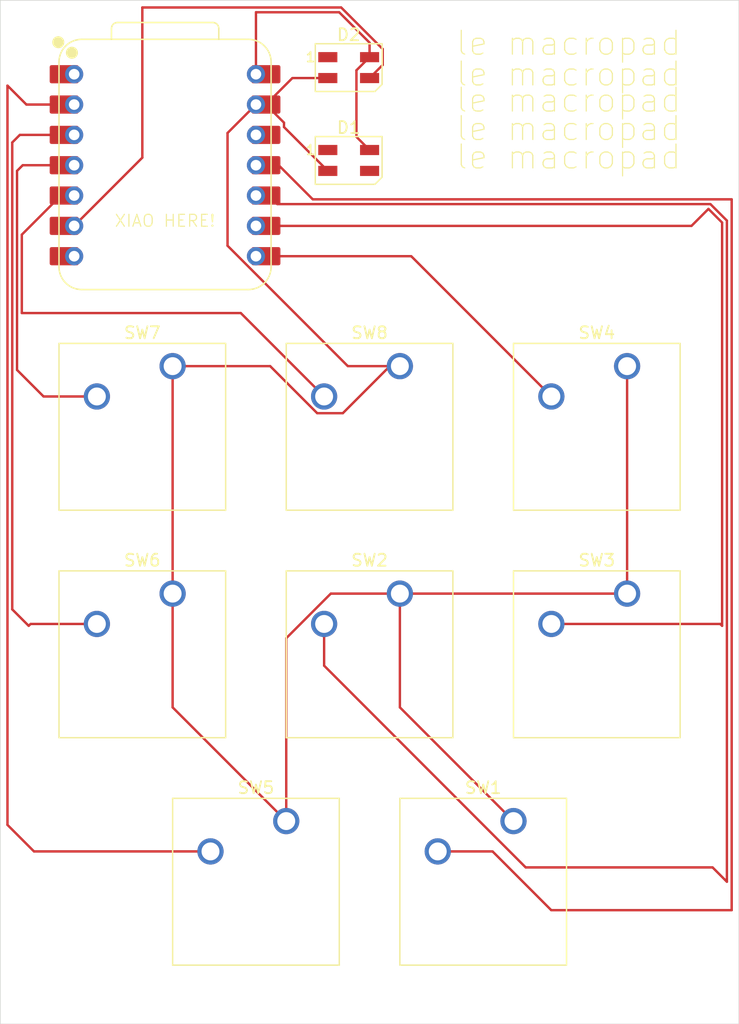
<source format=kicad_pcb>
(kicad_pcb (version 20241229) (generator "pcbnew") (generator_version "9.0")
  (layers (0 "F.Cu" signal) (2 "B.Cu" signal) (13 "F.Paste" user) (15 "B.Paste" user) (5 "F.SilkS" user "F.Silkscreen") (7 "B.SilkS" user "B.Silkscreen") (1 "F.Mask" user) (3 "B.Mask" user) (25 "Edge.Cuts" user))
  (net 0 "")
  (net 2 "+5V")
  (net 3 "GND")
  (net 6 "Net-(D2-DIN)")
  (net 7 "Net-(U1-GPIO3{slash}MOSI)")
  (net 8 "Net-(U1-GPIO4{slash}MISO)")
  (net 9 "Net-(U1-GPIO2{slash}SCK)")
  (net 10 "Net-(U1-GPIO1{slash}RX)")
  (net 11 "Net-(U1-GPIO27{slash}ADC1{slash}A1)")
  (net 12 "Net-(U1-GPIO28{slash}ADC2{slash}A2)")
  (net 13 "Net-(U1-GPIO29{slash}ADC3{slash}A3)")
  (net 14 "Net-(U1-GPIO6{slash}SDA)")
  (footprint "LED_SMD:LED_SK6812MINI_PLCC4_3.5x3.5mm_P1.75mm" (layer "F.Cu") (at 143.50625 58.65625)
    (property "Reference" "D1" (at 0 -2.75 0) (layer "F.SilkS"))
    (property "Value" "SK6812MINI")
    (fp_line (start -2.8 -2) (end -2.8 2) (stroke (width 0.12)) (layer "F.SilkS"))
    (fp_line (start -2.8 -2) (end 2.8 -2) (stroke (width 0.12)) (layer "F.SilkS"))
    (fp_line (start -2.8 2) (end 2.2 2) (stroke (width 0.12)) (layer "F.SilkS"))
    (fp_line (start 2.8 1.4) (end 2.2 2) (stroke (width 0.12)) (layer "F.SilkS"))
    (fp_line (start 2.8 1.4) (end 2.8 -2) (stroke (width 0.12)) (layer "F.SilkS"))
    (fp_text user "1" (at -3.2 -0.875 0) (layer "F.SilkS") (effects (font (size 0.8 0.8))))
    (pad "1" smd rect (at -1.75 -0.875) (size 1.6 0.85) (layers "F.Cu" "F.Mask" "F.Paste"))
    (pad "2" smd rect (at -1.75 0.875) (size 1.6 0.85) (layers "F.Cu" "F.Mask" "F.Paste") (net 3 "GND"))
    (pad "3" smd rect (at 1.75 0.875) (size 1.6 0.85) (layers "F.Cu" "F.Mask" "F.Paste"))
    (pad "4" smd rect (at 1.75 -0.875) (size 1.6 0.85) (layers "F.Cu" "F.Mask" "F.Paste") (net 2 "+5V"))
  )
  (footprint "Button_Switch_Keyboard:SW_Cherry_MX_1.00u_PCB" (layer "F.Cu") (at 157.32125 113.9825)
    (property "Reference" "SW1" (at -2.54 -2.794 0) (layer "F.SilkS"))
    (property "Value" "SW_Push")
    (fp_line (start -9.525 -1.905) (end 4.445 -1.905) (stroke (width 0.12)) (layer "F.SilkS"))
    (fp_line (start -9.525 12.065) (end -9.525 -1.905) (stroke (width 0.12)) (layer "F.SilkS"))
    (fp_line (start 4.445 -1.905) (end 4.445 12.065) (stroke (width 0.12)) (layer "F.SilkS"))
    (fp_line (start 4.445 12.065) (end -9.525 12.065) (stroke (width 0.12)) (layer "F.SilkS"))
    (pad "" np_thru_hole circle (at -7.62 5.08) (size 1.7 1.7) (drill 1.7) (layers "*.Cu" "*.Mask"))
    (pad "" np_thru_hole circle (at -2.54 5.08) (size 4 4) (drill 4) (layers "*.Cu" "*.Mask"))
    (pad "" np_thru_hole circle (at 2.54 5.08) (size 1.7 1.7) (drill 1.7) (layers "*.Cu" "*.Mask"))
    (pad "1" thru_hole circle (at 0 0) (size 2.2 2.2) (drill 1.5) (layers "*.Cu" "*.Mask") (net 3 "GND"))
    (pad "2" thru_hole circle (at -6.35 2.54) (size 2.2 2.2) (drill 1.5) (layers "*.Cu" "*.Mask") (net 7 "Net-(U1-GPIO3{slash}MOSI)"))
  )
  (footprint "Button_Switch_Keyboard:SW_Cherry_MX_1.00u_PCB" (layer "F.Cu") (at 147.79625 75.8825)
    (property "Reference" "SW8" (at -2.54 -2.794 0) (layer "F.SilkS"))
    (property "Value" "SW_Push")
    (fp_line (start -9.525 -1.905) (end 4.445 -1.905) (stroke (width 0.12)) (layer "F.SilkS"))
    (fp_line (start -9.525 12.065) (end -9.525 -1.905) (stroke (width 0.12)) (layer "F.SilkS"))
    (fp_line (start 4.445 -1.905) (end 4.445 12.065) (stroke (width 0.12)) (layer "F.SilkS"))
    (fp_line (start 4.445 12.065) (end -9.525 12.065) (stroke (width 0.12)) (layer "F.SilkS"))
    (pad "" np_thru_hole circle (at -7.62 5.08) (size 1.7 1.7) (drill 1.7) (layers "*.Cu" "*.Mask"))
    (pad "" np_thru_hole circle (at -2.54 5.08) (size 4 4) (drill 4) (layers "*.Cu" "*.Mask"))
    (pad "" np_thru_hole circle (at 2.54 5.08) (size 1.7 1.7) (drill 1.7) (layers "*.Cu" "*.Mask"))
    (pad "1" thru_hole circle (at 0 0) (size 2.2 2.2) (drill 1.5) (layers "*.Cu" "*.Mask") (net 3 "GND"))
    (pad "2" thru_hole circle (at -6.35 2.54) (size 2.2 2.2) (drill 1.5) (layers "*.Cu" "*.Mask") (net 14 "Net-(U1-GPIO6{slash}SDA)"))
  )
  (footprint "Button_Switch_Keyboard:SW_Cherry_MX_1.00u_PCB" (layer "F.Cu") (at 166.84625 94.9325)
    (property "Reference" "SW3" (at -2.54 -2.794 0) (layer "F.SilkS"))
    (property "Value" "SW_Push")
    (fp_line (start -9.525 -1.905) (end 4.445 -1.905) (stroke (width 0.12)) (layer "F.SilkS"))
    (fp_line (start -9.525 12.065) (end -9.525 -1.905) (stroke (width 0.12)) (layer "F.SilkS"))
    (fp_line (start 4.445 -1.905) (end 4.445 12.065) (stroke (width 0.12)) (layer "F.SilkS"))
    (fp_line (start 4.445 12.065) (end -9.525 12.065) (stroke (width 0.12)) (layer "F.SilkS"))
    (pad "" np_thru_hole circle (at -7.62 5.08) (size 1.7 1.7) (drill 1.7) (layers "*.Cu" "*.Mask"))
    (pad "" np_thru_hole circle (at -2.54 5.08) (size 4 4) (drill 4) (layers "*.Cu" "*.Mask"))
    (pad "" np_thru_hole circle (at 2.54 5.08) (size 1.7 1.7) (drill 1.7) (layers "*.Cu" "*.Mask"))
    (pad "1" thru_hole circle (at 0 0) (size 2.2 2.2) (drill 1.5) (layers "*.Cu" "*.Mask") (net 3 "GND"))
    (pad "2" thru_hole circle (at -6.35 2.54) (size 2.2 2.2) (drill 1.5) (layers "*.Cu" "*.Mask") (net 9 "Net-(U1-GPIO2{slash}SCK)"))
  )
  (footprint "LED_SMD:LED_SK6812MINI_PLCC4_3.5x3.5mm_P1.75mm" (layer "F.Cu") (at 143.50625 50.88125)
    (property "Reference" "D2" (at 0 -2.75 0) (layer "F.SilkS"))
    (property "Value" "SK6812MINI")
    (fp_line (start -2.8 -2) (end -2.8 2) (stroke (width 0.12)) (layer "F.SilkS"))
    (fp_line (start -2.8 -2) (end 2.8 -2) (stroke (width 0.12)) (layer "F.SilkS"))
    (fp_line (start -2.8 2) (end 2.2 2) (stroke (width 0.12)) (layer "F.SilkS"))
    (fp_line (start 2.8 1.4) (end 2.2 2) (stroke (width 0.12)) (layer "F.SilkS"))
    (fp_line (start 2.8 1.4) (end 2.8 -2) (stroke (width 0.12)) (layer "F.SilkS"))
    (fp_text user "1" (at -3.2 -0.875 0) (layer "F.SilkS") (effects (font (size 0.8 0.8))))
    (pad "1" smd rect (at -1.75 -0.875) (size 1.6 0.85) (layers "F.Cu" "F.Mask" "F.Paste"))
    (pad "2" smd rect (at -1.75 0.875) (size 1.6 0.85) (layers "F.Cu" "F.Mask" "F.Paste") (net 3 "GND"))
    (pad "3" smd rect (at 1.75 0.875) (size 1.6 0.85) (layers "F.Cu" "F.Mask" "F.Paste") (net 6 "Net-(D2-DIN)"))
    (pad "4" smd rect (at 1.75 -0.875) (size 1.6 0.85) (layers "F.Cu" "F.Mask" "F.Paste") (net 2 "+5V"))
  )
  (footprint "Button_Switch_Keyboard:SW_Cherry_MX_1.00u_PCB" (layer "F.Cu") (at 138.27125 113.9825)
    (property "Reference" "SW5" (at -2.54 -2.794 0) (layer "F.SilkS"))
    (property "Value" "SW_Push")
    (fp_line (start -9.525 -1.905) (end 4.445 -1.905) (stroke (width 0.12)) (layer "F.SilkS"))
    (fp_line (start -9.525 12.065) (end -9.525 -1.905) (stroke (width 0.12)) (layer "F.SilkS"))
    (fp_line (start 4.445 -1.905) (end 4.445 12.065) (stroke (width 0.12)) (layer "F.SilkS"))
    (fp_line (start 4.445 12.065) (end -9.525 12.065) (stroke (width 0.12)) (layer "F.SilkS"))
    (pad "" np_thru_hole circle (at -7.62 5.08) (size 1.7 1.7) (drill 1.7) (layers "*.Cu" "*.Mask"))
    (pad "" np_thru_hole circle (at -2.54 5.08) (size 4 4) (drill 4) (layers "*.Cu" "*.Mask"))
    (pad "" np_thru_hole circle (at 2.54 5.08) (size 1.7 1.7) (drill 1.7) (layers "*.Cu" "*.Mask"))
    (pad "1" thru_hole circle (at 0 0) (size 2.2 2.2) (drill 1.5) (layers "*.Cu" "*.Mask") (net 3 "GND"))
    (pad "2" thru_hole circle (at -6.35 2.54) (size 2.2 2.2) (drill 1.5) (layers "*.Cu" "*.Mask") (net 11 "Net-(U1-GPIO27{slash}ADC1{slash}A1)"))
  )
  (footprint "Button_Switch_Keyboard:SW_Cherry_MX_1.00u_PCB" (layer "F.Cu") (at 147.79625 94.9325)
    (property "Reference" "SW2" (at -2.54 -2.794 0) (layer "F.SilkS"))
    (property "Value" "SW_Push")
    (fp_line (start -9.525 -1.905) (end 4.445 -1.905) (stroke (width 0.12)) (layer "F.SilkS"))
    (fp_line (start -9.525 12.065) (end -9.525 -1.905) (stroke (width 0.12)) (layer "F.SilkS"))
    (fp_line (start 4.445 -1.905) (end 4.445 12.065) (stroke (width 0.12)) (layer "F.SilkS"))
    (fp_line (start 4.445 12.065) (end -9.525 12.065) (stroke (width 0.12)) (layer "F.SilkS"))
    (pad "" np_thru_hole circle (at -7.62 5.08) (size 1.7 1.7) (drill 1.7) (layers "*.Cu" "*.Mask"))
    (pad "" np_thru_hole circle (at -2.54 5.08) (size 4 4) (drill 4) (layers "*.Cu" "*.Mask"))
    (pad "" np_thru_hole circle (at 2.54 5.08) (size 1.7 1.7) (drill 1.7) (layers "*.Cu" "*.Mask"))
    (pad "1" thru_hole circle (at 0 0) (size 2.2 2.2) (drill 1.5) (layers "*.Cu" "*.Mask") (net 3 "GND"))
    (pad "2" thru_hole circle (at -6.35 2.54) (size 2.2 2.2) (drill 1.5) (layers "*.Cu" "*.Mask") (net 8 "Net-(U1-GPIO4{slash}MISO)"))
  )
  (footprint "Button_Switch_Keyboard:SW_Cherry_MX_1.00u_PCB" (layer "F.Cu") (at 128.74625 75.8825)
    (property "Reference" "SW7" (at -2.54 -2.794 0) (layer "F.SilkS"))
    (property "Value" "SW_Push")
    (fp_line (start -9.525 -1.905) (end 4.445 -1.905) (stroke (width 0.12)) (layer "F.SilkS"))
    (fp_line (start -9.525 12.065) (end -9.525 -1.905) (stroke (width 0.12)) (layer "F.SilkS"))
    (fp_line (start 4.445 -1.905) (end 4.445 12.065) (stroke (width 0.12)) (layer "F.SilkS"))
    (fp_line (start 4.445 12.065) (end -9.525 12.065) (stroke (width 0.12)) (layer "F.SilkS"))
    (pad "" np_thru_hole circle (at -7.62 5.08) (size 1.7 1.7) (drill 1.7) (layers "*.Cu" "*.Mask"))
    (pad "" np_thru_hole circle (at -2.54 5.08) (size 4 4) (drill 4) (layers "*.Cu" "*.Mask"))
    (pad "" np_thru_hole circle (at 2.54 5.08) (size 1.7 1.7) (drill 1.7) (layers "*.Cu" "*.Mask"))
    (pad "1" thru_hole circle (at 0 0) (size 2.2 2.2) (drill 1.5) (layers "*.Cu" "*.Mask") (net 3 "GND"))
    (pad "2" thru_hole circle (at -6.35 2.54) (size 2.2 2.2) (drill 1.5) (layers "*.Cu" "*.Mask") (net 13 "Net-(U1-GPIO29{slash}ADC3{slash}A3)"))
  )
  (footprint "OPL Lib:XIAO-RP2040-DIP" (layer "F.Cu") (at 128.11125 59.055)
    (property "Reference" "U1" (hide yes))
    (property "Value" "XIAO-RP2040-DIP")
    (fp_line (start -8.89 8.509) (end -8.89 -8.636) (stroke (width 0.127)) (layer "F.SilkS"))
    (fp_line (start -6.985 10.414) (end 6.985 10.414) (stroke (width 0.127)) (layer "F.SilkS"))
    (fp_line (start -4.495 -10.541) (end -4.491272 -11.451272) (stroke (width 0.127)) (layer "F.SilkS"))
    (fp_line (start -3.991272 -11.951) (end 4.004 -11.951) (stroke (width 0.127)) (layer "F.SilkS"))
    (fp_line (start 4.504 -11.451) (end 4.504 -10.541) (stroke (width 0.127)) (layer "F.SilkS"))
    (fp_line (start 6.985 -10.541) (end -6.985 -10.541) (stroke (width 0.1)) (layer "F.SilkS"))
    (fp_line (start 6.985 -10.541) (end -6.985 -10.541) (stroke (width 0.127)) (layer "F.SilkS"))
    (fp_line (start 8.89 8.509) (end 8.89 -8.636) (stroke (width 0.127)) (layer "F.SilkS"))
    (fp_arc (start -8.89 -8.636) (mid -8.332038 -9.983038) (end -6.985 -10.541) (stroke (width 0.127)) (layer "F.SilkS"))
    (fp_arc (start -6.985 10.414) (mid -8.332038 9.856038) (end -8.89 8.509) (stroke (width 0.127)) (layer "F.SilkS"))
    (fp_arc (start -4.491272 -11.451272) (mid -4.344728 -11.80464) (end -3.991272 -11.951) (stroke (width 0.127)) (layer "F.SilkS"))
    (fp_arc (start 4.004 -11.951) (mid 4.357553 -11.804553) (end 4.504 -11.451) (stroke (width 0.127)) (layer "F.SilkS"))
    (fp_arc (start 6.985 -10.541) (mid 8.332038 -9.983038) (end 8.89 -8.636) (stroke (width 0.127)) (layer "F.SilkS"))
    (fp_arc (start 8.89 8.509) (mid 8.332038 9.856038) (end 6.985 10.414) (stroke (width 0.127)) (layer "F.SilkS"))
    (fp_circle (center -8.95 -10.3) (end -8.95 -10.554) (stroke (width 0.5)) (fill yes) (layer "F.SilkS"))
    (fp_circle (center -7.807 -9.42) (end -7.807 -9.674) (stroke (width 0.5)) (fill yes) (layer "F.SilkS"))
    (pad "1" smd roundrect (at -8.455 -7.62 180) (size 2.432 1.524) (layers "F.Cu" "F.Mask") (roundrect_rratio 0.1))
    (pad "1" thru_hole circle (at -7.62 -7.62 180) (size 1.524 1.524) (drill 0.889) (layers "*.Cu" "*.Mask"))
    (pad "2" smd roundrect (at -8.455 -5.08 180) (size 2.432 1.524) (layers "F.Cu" "F.Mask") (roundrect_rratio 0.1) (net 11 "Net-(U1-GPIO27{slash}ADC1{slash}A1)"))
    (pad "2" thru_hole circle (at -7.62 -5.08 180) (size 1.524 1.524) (drill 0.889) (layers "*.Cu" "*.Mask") (net 11 "Net-(U1-GPIO27{slash}ADC1{slash}A1)"))
    (pad "3" smd roundrect (at -8.455 -2.54 180) (size 2.432 1.524) (layers "F.Cu" "F.Mask") (roundrect_rratio 0.1) (net 12 "Net-(U1-GPIO28{slash}ADC2{slash}A2)"))
    (pad "3" thru_hole circle (at -7.62 -2.54 180) (size 1.524 1.524) (drill 0.889) (layers "*.Cu" "*.Mask") (net 12 "Net-(U1-GPIO28{slash}ADC2{slash}A2)"))
    (pad "4" smd roundrect (at -8.455 0 180) (size 2.432 1.524) (layers "F.Cu" "F.Mask") (roundrect_rratio 0.1) (net 13 "Net-(U1-GPIO29{slash}ADC3{slash}A3)"))
    (pad "4" thru_hole circle (at -7.62 0 180) (size 1.524 1.524) (drill 0.889) (layers "*.Cu" "*.Mask") (net 13 "Net-(U1-GPIO29{slash}ADC3{slash}A3)"))
    (pad "5" smd roundrect (at -8.455 2.54 180) (size 2.432 1.524) (layers "F.Cu" "F.Mask") (roundrect_rratio 0.1) (net 14 "Net-(U1-GPIO6{slash}SDA)"))
    (pad "5" thru_hole circle (at -7.62 2.54 180) (size 1.524 1.524) (drill 0.889) (layers "*.Cu" "*.Mask") (net 14 "Net-(U1-GPIO6{slash}SDA)"))
    (pad "6" smd roundrect (at -8.455 5.08 180) (size 2.432 1.524) (layers "F.Cu" "F.Mask") (roundrect_rratio 0.1) (net 6 "Net-(D2-DIN)"))
    (pad "6" thru_hole circle (at -7.62 5.08 180) (size 1.524 1.524) (drill 0.889) (layers "*.Cu" "*.Mask") (net 6 "Net-(D2-DIN)"))
    (pad "7" smd roundrect (at -8.455 7.62 180) (size 2.432 1.524) (layers "F.Cu" "F.Mask") (roundrect_rratio 0.1))
    (pad "7" thru_hole circle (at -7.62 7.62 180) (size 1.524 1.524) (drill 0.889) (layers "*.Cu" "*.Mask"))
    (pad "8" thru_hole circle (at 7.62 7.62) (size 1.524 1.524) (drill 0.889) (layers "*.Cu" "*.Mask") (net 10 "Net-(U1-GPIO1{slash}RX)"))
    (pad "8" smd roundrect (at 8.455 7.62) (size 2.432 1.524) (layers "F.Cu" "F.Mask") (roundrect_rratio 0.1) (net 10 "Net-(U1-GPIO1{slash}RX)"))
    (pad "9" thru_hole circle (at 7.62 5.08) (size 1.524 1.524) (drill 0.889) (layers "*.Cu" "*.Mask") (net 9 "Net-(U1-GPIO2{slash}SCK)"))
    (pad "9" smd roundrect (at 8.455 5.08) (size 2.432 1.524) (layers "F.Cu" "F.Mask") (roundrect_rratio 0.1) (net 9 "Net-(U1-GPIO2{slash}SCK)"))
    (pad "10" thru_hole circle (at 7.62 2.54) (size 1.524 1.524) (drill 0.889) (layers "*.Cu" "*.Mask") (net 8 "Net-(U1-GPIO4{slash}MISO)"))
    (pad "10" smd roundrect (at 8.455 2.54) (size 2.432 1.524) (layers "F.Cu" "F.Mask") (roundrect_rratio 0.1) (net 8 "Net-(U1-GPIO4{slash}MISO)"))
    (pad "11" thru_hole circle (at 7.62 0) (size 1.524 1.524) (drill 0.889) (layers "*.Cu" "*.Mask") (net 7 "Net-(U1-GPIO3{slash}MOSI)"))
    (pad "11" smd roundrect (at 8.455 0) (size 2.432 1.524) (layers "F.Cu" "F.Mask") (roundrect_rratio 0.1) (net 7 "Net-(U1-GPIO3{slash}MOSI)"))
    (pad "12" thru_hole circle (at 7.62 -2.54) (size 1.524 1.524) (drill 0.889) (layers "*.Cu" "*.Mask"))
    (pad "12" smd roundrect (at 8.455 -2.54) (size 2.432 1.524) (layers "F.Cu" "F.Mask") (roundrect_rratio 0.1))
    (pad "13" thru_hole circle (at 7.62 -5.08) (size 1.524 1.524) (drill 0.889) (layers "*.Cu" "*.Mask") (net 3 "GND"))
    (pad "13" smd roundrect (at 8.455 -5.08) (size 2.432 1.524) (layers "F.Cu" "F.Mask") (roundrect_rratio 0.1) (net 3 "GND"))
    (pad "14" thru_hole circle (at 7.62 -7.62) (size 1.524 1.524) (drill 0.889) (layers "*.Cu" "*.Mask") (net 2 "+5V"))
    (pad "14" smd roundrect (at 8.455 -7.62) (size 2.432 1.524) (layers "F.Cu" "F.Mask") (roundrect_rratio 0.1) (net 2 "+5V"))
  )
  (footprint "Button_Switch_Keyboard:SW_Cherry_MX_1.00u_PCB" (layer "F.Cu") (at 166.84625 75.8825)
    (property "Reference" "SW4" (at -2.54 -2.794 0) (layer "F.SilkS"))
    (property "Value" "SW_Push")
    (fp_line (start -9.525 -1.905) (end 4.445 -1.905) (stroke (width 0.12)) (layer "F.SilkS"))
    (fp_line (start -9.525 12.065) (end -9.525 -1.905) (stroke (width 0.12)) (layer "F.SilkS"))
    (fp_line (start 4.445 -1.905) (end 4.445 12.065) (stroke (width 0.12)) (layer "F.SilkS"))
    (fp_line (start 4.445 12.065) (end -9.525 12.065) (stroke (width 0.12)) (layer "F.SilkS"))
    (pad "" np_thru_hole circle (at -7.62 5.08) (size 1.7 1.7) (drill 1.7) (layers "*.Cu" "*.Mask"))
    (pad "" np_thru_hole circle (at -2.54 5.08) (size 4 4) (drill 4) (layers "*.Cu" "*.Mask"))
    (pad "" np_thru_hole circle (at 2.54 5.08) (size 1.7 1.7) (drill 1.7) (layers "*.Cu" "*.Mask"))
    (pad "1" thru_hole circle (at 0 0) (size 2.2 2.2) (drill 1.5) (layers "*.Cu" "*.Mask") (net 3 "GND"))
    (pad "2" thru_hole circle (at -6.35 2.54) (size 2.2 2.2) (drill 1.5) (layers "*.Cu" "*.Mask") (net 10 "Net-(U1-GPIO1{slash}RX)"))
  )
  (footprint "Button_Switch_Keyboard:SW_Cherry_MX_1.00u_PCB" (layer "F.Cu") (at 128.74625 94.9325)
    (property "Reference" "SW6" (at -2.54 -2.794 0) (layer "F.SilkS"))
    (property "Value" "SW_Push")
    (fp_line (start -9.525 -1.905) (end 4.445 -1.905) (stroke (width 0.12)) (layer "F.SilkS"))
    (fp_line (start -9.525 12.065) (end -9.525 -1.905) (stroke (width 0.12)) (layer "F.SilkS"))
    (fp_line (start 4.445 -1.905) (end 4.445 12.065) (stroke (width 0.12)) (layer "F.SilkS"))
    (fp_line (start 4.445 12.065) (end -9.525 12.065) (stroke (width 0.12)) (layer "F.SilkS"))
    (pad "" np_thru_hole circle (at -7.62 5.08) (size 1.7 1.7) (drill 1.7) (layers "*.Cu" "*.Mask"))
    (pad "" np_thru_hole circle (at -2.54 5.08) (size 4 4) (drill 4) (layers "*.Cu" "*.Mask"))
    (pad "" np_thru_hole circle (at 2.54 5.08) (size 1.7 1.7) (drill 1.7) (layers "*.Cu" "*.Mask"))
    (pad "1" thru_hole circle (at 0 0) (size 2.2 2.2) (drill 1.5) (layers "*.Cu" "*.Mask") (net 3 "GND"))
    (pad "2" thru_hole circle (at -6.35 2.54) (size 2.2 2.2) (drill 1.5) (layers "*.Cu" "*.Mask") (net 12 "Net-(U1-GPIO28{slash}ADC2{slash}A2)"))
  )
  (gr_rect (start 114.3 45.24375) (end 176.2125 130.96875) (stroke (width 0.05)) (fill no) (layer "Edge.Cuts"))
  (gr_text "le macropad" (at 152.4 57.15 0) (layer "F.SilkS") (effects (font (size 2 2) (thickness 0.1)) (justify left bottom)))
  (gr_text "XIAO HERE!" (at 123.825 64.29375 0) (layer "F.SilkS") (effects (font (size 1 1) (thickness 0.1)) (justify left bottom)))
  (gr_text "le macropad" (at 152.4 52.58125 0) (layer "F.SilkS") (effects (font (size 2 2) (thickness 0.1)) (justify left bottom)))
  (gr_text "le macropad" (at 152.4 50.00625 0) (layer "F.SilkS") (effects (font (size 2 2) (thickness 0.1)) (justify left bottom)))
  (gr_text "le macropad" (at 152.4 54.76875 0) (layer "F.SilkS") (effects (font (size 2 2) (thickness 0.1)) (justify left bottom)))
  (gr_text "le macropad" (at 152.4 59.53125 0) (layer "F.SilkS") (effects (font (size 2 2) (thickness 0.1)) (justify left bottom)))
  (segment (start 145.25625 50.00625) (end 145.25625 48.7931) (width 0.2) (layer "F.Cu") (net 2))
  (segment (start 145.25625 48.7931) (end 142.7089 46.24575) (width 0.2) (layer "F.Cu") (net 2))
  (segment (start 135.73125 46.24575) (end 135.73125 51.435) (width 0.2) (layer "F.Cu") (net 2))
  (segment (start 144.15525 56.68025) (end 144.15525 51.10725) (width 0.2) (layer "F.Cu") (net 2))
  (segment (start 144.15525 51.10725) (end 145.25625 50.00625) (width 0.2) (layer "F.Cu") (net 2))
  (segment (start 142.7089 46.24575) (end 135.73125 46.24575) (width 0.2) (layer "F.Cu") (net 2))
  (segment (start 145.25625 57.78125) (end 144.15525 56.68025) (width 0.2) (layer "F.Cu") (net 2))
  (segment (start 143.01372 79.8235) (end 140.865936 79.8235) (width 0.2) (layer "F.Cu") (net 3))
  (segment (start 147.79625 75.8825) (end 146.95472 75.8825) (width 0.2) (layer "F.Cu") (net 3))
  (segment (start 133.35 65.79706) (end 133.35 56.35625) (width 0.2) (layer "F.Cu") (net 3))
  (segment (start 141.75625 59.53125) (end 138.08325 55.85825) (width 0.2) (layer "F.Cu") (net 3))
  (segment (start 146.95472 75.8825) (end 143.01372 79.8235) (width 0.2) (layer "F.Cu") (net 3))
  (segment (start 166.84625 94.9325) (end 147.79625 94.9325) (width 0.2) (layer "F.Cu") (net 3))
  (segment (start 128.74625 104.4575) (end 138.27125 113.9825) (width 0.2) (layer "F.Cu") (net 3))
  (segment (start 143.43544 75.8825) (end 133.35 65.79706) (width 0.2) (layer "F.Cu") (net 3))
  (segment (start 147.79625 104.4575) (end 147.79625 94.9325) (width 0.2) (layer "F.Cu") (net 3))
  (segment (start 147.79625 75.8825) (end 143.43544 75.8825) (width 0.2) (layer "F.Cu") (net 3))
  (segment (start 138.08325 55.492) (end 136.56625 53.975) (width 0.2) (layer "F.Cu") (net 3))
  (segment (start 136.924936 75.8825) (end 128.74625 75.8825) (width 0.2) (layer "F.Cu") (net 3))
  (segment (start 140.865936 79.8235) (end 136.924936 75.8825) (width 0.2) (layer "F.Cu") (net 3))
  (segment (start 138.27125 98.666186) (end 138.27125 113.9825) (width 0.2) (layer "F.Cu") (net 3))
  (segment (start 138.785 51.75625) (end 136.56625 53.975) (width 0.2) (layer "F.Cu") (net 3))
  (segment (start 157.32125 113.9825) (end 147.79625 104.4575) (width 0.2) (layer "F.Cu") (net 3))
  (segment (start 142.004936 94.9325) (end 138.27125 98.666186) (width 0.2) (layer "F.Cu") (net 3))
  (segment (start 141.75625 51.75625) (end 138.785 51.75625) (width 0.2) (layer "F.Cu") (net 3))
  (segment (start 147.79625 94.9325) (end 142.004936 94.9325) (width 0.2) (layer "F.Cu") (net 3))
  (segment (start 138.08325 55.85825) (end 138.08325 55.492) (width 0.2) (layer "F.Cu") (net 3))
  (segment (start 128.74625 94.9325) (end 128.74625 104.4575) (width 0.2) (layer "F.Cu") (net 3))
  (segment (start 128.74625 75.8825) (end 128.74625 94.9325) (width 0.2) (layer "F.Cu") (net 3))
  (segment (start 133.35 56.35625) (end 135.73125 53.975) (width 0.2) (layer "F.Cu") (net 3))
  (segment (start 166.84625 75.8825) (end 166.84625 94.9325) (width 0.2) (layer "F.Cu") (net 3))
  (segment (start 142.875 45.84475) (end 126.20625 45.84475) (width 0.2) (layer "F.Cu") (net 6))
  (segment (start 126.20625 58.42) (end 120.49125 64.135) (width 0.2) (layer "F.Cu") (net 6))
  (segment (start 146.35725 49.327) (end 142.875 45.84475) (width 0.2) (layer "F.Cu") (net 6))
  (segment (start 145.25625 51.75625) (end 146.35725 50.65525) (width 0.2) (layer "F.Cu") (net 6))
  (segment (start 126.20625 45.84475) (end 126.20625 58.42) (width 0.2) (layer "F.Cu") (net 6))
  (segment (start 146.35725 50.65525) (end 146.35725 49.327) (width 0.2) (layer "F.Cu") (net 6))
  (segment (start 140.49375 61.9125) (end 137.63625 59.055) (width 0.2) (layer "F.Cu") (net 7))
  (segment (start 175.6115 61.9125) (end 140.49375 61.9125) (width 0.2) (layer "F.Cu") (net 7))
  (segment (start 155.566066 116.5225) (end 160.487316 121.44375) (width 0.2) (layer "F.Cu") (net 7))
  (segment (start 160.487316 121.44375) (end 175.6115 121.44375) (width 0.2) (layer "F.Cu") (net 7))
  (segment (start 150.97125 116.5225) (end 155.566066 116.5225) (width 0.2) (layer "F.Cu") (net 7))
  (segment (start 175.6115 121.44375) (end 175.6115 61.9125) (width 0.2) (layer "F.Cu") (net 7))
  (segment (start 137.63625 59.055) (end 135.73125 59.055) (width 0.2) (layer "F.Cu") (net 7))
  (segment (start 135.73125 61.595) (end 136.80888 61.595) (width 0.2) (layer "F.Cu") (net 8))
  (segment (start 136.80888 61.595) (end 137.52738 62.3135) (width 0.2) (layer "F.Cu") (net 8))
  (segment (start 175.2105 119.0625) (end 174.0095 117.8615) (width 0.2) (layer "F.Cu") (net 8))
  (segment (start 175.2105 63.69275) (end 175.2105 119.0625) (width 0.2) (layer "F.Cu") (net 8))
  (segment (start 174.0095 117.8615) (end 158.34275 117.8615) (width 0.2) (layer "F.Cu") (net 8))
  (segment (start 158.34275 117.8615) (end 141.44625 100.965) (width 0.2) (layer "F.Cu") (net 8))
  (segment (start 141.44625 100.965) (end 141.44625 97.4725) (width 0.2) (layer "F.Cu") (net 8))
  (segment (start 173.83125 62.3135) (end 175.2105 63.69275) (width 0.2) (layer "F.Cu") (net 8))
  (segment (start 137.52738 62.3135) (end 173.83125 62.3135) (width 0.2) (layer "F.Cu") (net 8))
  (segment (start 160.49625 97.4725) (end 174.65075 97.4725) (width 0.2) (layer "F.Cu") (net 9))
  (segment (start 174.65075 97.4725) (end 174.8095 97.63125) (width 0.2) (layer "F.Cu") (net 9))
  (segment (start 172.24465 64.135) (end 135.73125 64.135) (width 0.2) (layer "F.Cu") (net 9))
  (segment (start 174.8095 63.85885) (end 173.66515 62.7145) (width 0.2) (layer "F.Cu") (net 9))
  (segment (start 174.8095 97.63125) (end 174.8095 63.85885) (width 0.2) (layer "F.Cu") (net 9))
  (segment (start 173.66515 62.7145) (end 172.24465 64.135) (width 0.2) (layer "F.Cu") (net 9))
  (segment (start 148.74875 66.675) (end 160.49625 78.4225) (width 0.2) (layer "F.Cu") (net 10))
  (segment (start 135.73125 66.675) (end 148.74875 66.675) (width 0.2) (layer "F.Cu") (net 10))
  (segment (start 114.901 114.3) (end 114.901 52.3875) (width 0.2) (layer "F.Cu") (net 11))
  (segment (start 117.1235 116.5225) (end 114.901 114.3) (width 0.2) (layer "F.Cu") (net 11))
  (segment (start 114.901 52.3875) (end 116.4885 53.975) (width 0.2) (layer "F.Cu") (net 11))
  (segment (start 116.4885 53.975) (end 120.49125 53.975) (width 0.2) (layer "F.Cu") (net 11))
  (segment (start 131.92125 116.5225) (end 117.1235 116.5225) (width 0.2) (layer "F.Cu") (net 11))
  (segment (start 115.937 56.515) (end 115.302 57.15) (width 0.2) (layer "F.Cu") (net 12))
  (segment (start 116.84 97.4725) (end 122.39625 97.4725) (width 0.2) (layer "F.Cu") (net 12))
  (segment (start 120.49125 56.515) (end 115.937 56.515) (width 0.2) (layer "F.Cu") (net 12))
  (segment (start 115.302 57.15) (end 115.302 96.252) (width 0.2) (layer "F.Cu") (net 12))
  (segment (start 116.68125 97.63125) (end 116.84 97.4725) (width 0.2) (layer "F.Cu") (net 12))
  (segment (start 115.302 96.252) (end 116.68125 97.63125) (width 0.2) (layer "F.Cu") (net 12))
  (segment (start 116.17925 59.055) (end 120.49125 59.055) (width 0.2) (layer "F.Cu") (net 13))
  (segment (start 115.703 59.53125) (end 116.17925 59.055) (width 0.2) (layer "F.Cu") (net 13))
  (segment (start 115.703 76.2) (end 115.703 59.53125) (width 0.2) (layer "F.Cu") (net 13))
  (segment (start 117.9255 78.4225) (end 115.703 76.2) (width 0.2) (layer "F.Cu") (net 13))
  (segment (start 122.39625 78.4225) (end 117.9255 78.4225) (width 0.2) (layer "F.Cu") (net 13))
  (segment (start 134.46125 71.4375) (end 141.44625 78.4225) (width 0.2) (layer "F.Cu") (net 14))
  (segment (start 116.104 71.4375) (end 134.46125 71.4375) (width 0.2) (layer "F.Cu") (net 14))
  (segment (start 119.38 61.595) (end 116.104 64.871) (width 0.2) (layer "F.Cu") (net 14))
  (segment (start 120.49125 61.595) (end 119.38 61.595) (width 0.2) (layer "F.Cu") (net 14))
  (segment (start 116.104 64.871) (end 116.104 71.4375) (width 0.2) (layer "F.Cu") (net 14))
)
</source>
